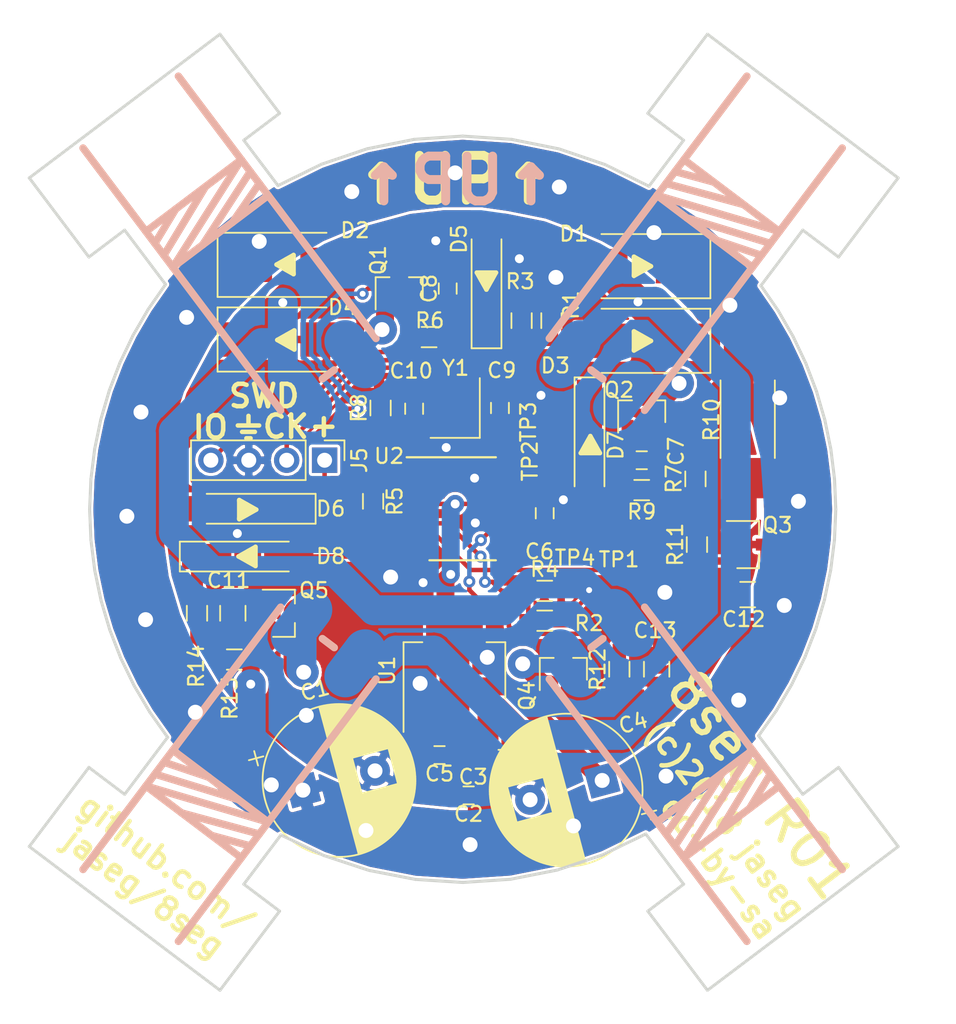
<source format=kicad_pcb>
(kicad_pcb (version 20171130) (host pcbnew "(5.0.1)")
  (layers (0 F.Cu signal) (31 B.Cu signal) (34 B.Paste user hide) (35 F.Paste user hide) (36 B.SilkS user) (37 F.SilkS user) (38 B.Mask user) (39 F.Mask user) (44 Edge.Cuts user))
  (net 0 "")
  (net 1 +12V)
  (net 2 GND)
  (net 3 +3V3)
  (net 4 "Net-(C7-Pad2)")
  (net 5 "Net-(C8-Pad1)")
  (net 6 "Net-(C9-Pad1)")
  (net 7 "Net-(C10-Pad1)")
  (net 8 "Net-(C11-Pad2)")
  (net 9 "Net-(C12-Pad1)")
  (net 10 "Net-(C13-Pad1)")
  (net 11 "Net-(D1-Pad2)")
  (net 12 "Net-(D2-Pad2)")
  (net 13 /Vmeas_A)
  (net 14 /Vmeas_B)
  (net 15 "Net-(D7-Pad1)")
  (net 16 /CH2)
  (net 17 /CH3)
  (net 18 "Net-(D8-Pad1)")
  (net 19 /Q2)
  (net 20 /Q0)
  (net 21 /Q3)
  (net 22 /Q1)
  (net 23 /SWCLK)
  (net 24 /SWDIO)
  (net 25 "Net-(R5-Pad1)")
  (net 26 /CH0)
  (net 27 "Net-(R8-Pad1)")
  (net 28 "Net-(Q3-Pad1)")
  (net 29 /LOAD)
  (net 30 /CH1)
  (net 31 "Net-(TP1-Pad1)")
  (net 32 "Net-(TP2-Pad1)")
  (net 33 "Net-(TP3-Pad1)")
  (net 34 "Net-(TP4-Pad1)")
  (module Capacitors_SMD:C_0603_HandSoldering (layer F.Cu) (at 100.4 119.2 180)
    (fp_text reference C2 (at 0 -1.25 180) (layer F.SilkS))
    (fp_text value 10u)
    (pad 1 smd rect (at -0.95 0 180) (size 1.2 0.75) (layers F.Cu F.Paste F.Mask) (net 1 +12V))
    (pad 2 smd rect (at 0.95 0 180) (size 1.2 0.75) (layers F.Cu F.Paste F.Mask) (net 2 GND))
  )
  (module Capacitors_SMD:C_0603_HandSoldering (layer F.Cu) (at 102.75 116.75)
    (fp_text reference C3 (at -2.04 1.21) (layer F.SilkS))
    (fp_text value 100n)
    (pad 1 smd rect (at -0.95 0) (size 1.2 0.75) (layers F.Cu F.Paste F.Mask) (net 1 +12V))
    (pad 2 smd rect (at 0.95 0) (size 1.2 0.75) (layers F.Cu F.Paste F.Mask) (net 2 GND))
  )
  (module Capacitors_SMD:C_0603_HandSoldering (layer F.Cu) (at 98.45 116.5 180)
    (fp_text reference C5 (at 0 -1.25 180) (layer F.SilkS))
    (fp_text value 10u)
    (pad 2 smd rect (at 0.95 0 180) (size 1.2 0.75) (layers F.Cu F.Paste F.Mask) (net 2 GND))
    (pad 1 smd rect (at -0.95 0 180) (size 1.2 0.75) (layers F.Cu F.Paste F.Mask) (net 3 +3V3))
  )
  (module Capacitors_SMD:C_0603_HandSoldering (layer F.Cu) (at 105.5 100.3 270)
    (fp_text reference C6 (at 2.56 0.35) (layer F.SilkS))
    (fp_text value 100n)
    (pad 2 smd rect (at 0.95 0 270) (size 1.2 0.75) (layers F.Cu F.Paste F.Mask) (net 2 GND))
    (pad 1 smd rect (at -0.95 0 270) (size 1.2 0.75) (layers F.Cu F.Paste F.Mask) (net 3 +3V3))
  )
  (module Capacitors_SMD:C_0603_HandSoldering (layer F.Cu) (at 112 96.75 180)
    (fp_text reference C7 (at -2.3 0.6 270) (layer F.SilkS))
    (fp_text value 0)
    (pad 2 smd rect (at 0.95 0 180) (size 1.2 0.75) (layers F.Cu F.Paste F.Mask) (net 4 "Net-(C7-Pad2)"))
    (pad 1 smd rect (at -0.95 0 180) (size 1.2 0.75) (layers F.Cu F.Paste F.Mask) (net 1 +12V))
  )
  (module Capacitors_SMD:C_0603_HandSoldering (layer F.Cu) (at 99 85.25 90)
    (fp_text reference C8 (at 0 -1.25 90) (layer F.SilkS))
    (fp_text value 0)
    (pad 1 smd rect (at -0.95 0 90) (size 1.2 0.75) (layers F.Cu F.Paste F.Mask) (net 5 "Net-(C8-Pad1)"))
    (pad 2 smd rect (at 0.95 0 90) (size 1.2 0.75) (layers F.Cu F.Paste F.Mask) (net 2 GND))
  )
  (module Capacitors_SMD:C_0603_HandSoldering (layer F.Cu) (at 102.5 93.25 90)
    (fp_text reference C9 (at 2.52 0.12 180) (layer F.SilkS))
    (fp_text value 12p)
    (pad 2 smd rect (at 0.95 0 90) (size 1.2 0.75) (layers F.Cu F.Paste F.Mask) (net 2 GND))
    (pad 1 smd rect (at -0.95 0 90) (size 1.2 0.75) (layers F.Cu F.Paste F.Mask) (net 6 "Net-(C9-Pad1)"))
  )
  (module Capacitors_SMD:C_0603_HandSoldering (layer F.Cu) (at 96.75 93.3 90)
    (fp_text reference C10 (at 2.54 -0.2) (layer F.SilkS))
    (fp_text value 12p)
    (pad 1 smd rect (at -0.95 0 90) (size 1.2 0.75) (layers F.Cu F.Paste F.Mask) (net 7 "Net-(C10-Pad1)"))
    (pad 2 smd rect (at 0.95 0 90) (size 1.2 0.75) (layers F.Cu F.Paste F.Mask) (net 2 GND))
  )
  (module Capacitors_SMD:C_0805 (layer F.Cu) (at 84.6 107 90)
    (fp_text reference C11 (at 2.21 -0.28 180) (layer F.SilkS))
    (fp_text value 0)
    (pad 1 smd rect (at -1 0 90) (size 1 1.25) (layers F.Cu F.Paste F.Mask) (net 1 +12V))
    (pad 2 smd rect (at 1 0 90) (size 1 1.25) (layers F.Cu F.Paste F.Mask) (net 8 "Net-(C11-Pad2)"))
  )
  (module Capacitors_SMD:C_0805 (layer F.Cu) (at 119.1 105.75)
    (fp_text reference C12 (at -0.27 1.65) (layer F.SilkS))
    (fp_text value 0)
    (pad 1 smd rect (at -1 0) (size 1 1.25) (layers F.Cu F.Paste F.Mask) (net 9 "Net-(C12-Pad1)"))
    (pad 2 smd rect (at 1 0) (size 1 1.25) (layers F.Cu F.Paste F.Mask) (net 2 GND))
  )
  (module Capacitors_SMD:C_0805 (layer F.Cu) (at 113 110.75 90)
    (fp_text reference C13 (at 2.6 -0.1 180) (layer F.SilkS))
    (fp_text value 0)
    (pad 2 smd rect (at 1 0 90) (size 1 1.25) (layers F.Cu F.Paste F.Mask) (net 2 GND))
    (pad 1 smd rect (at -1 0 90) (size 1 1.25) (layers F.Cu F.Paste F.Mask) (net 10 "Net-(C13-Pad1)"))
  )
  (module Diodes_SMD:D_SMB_Handsoldering (layer F.Cu) (at 112 83.75 180)
    (fp_text reference D1 (at 4.54 2.17 180) (layer F.SilkS))
    (fp_text value SS510)
    (pad 1 smd rect (at -2.7 0 180) (size 3.5 2.3) (layers F.Cu F.Paste F.Mask) (net 1 +12V))
    (pad 2 smd rect (at 2.7 0 180) (size 3.5 2.3) (layers F.Cu F.Paste F.Mask) (net 11 "Net-(D1-Pad2)"))
  )
  (module Diodes_SMD:D_SMB_Handsoldering (layer F.Cu) (at 88.178544 83.66248)
    (fp_text reference D2 (at 4.611456 -2.31248) (layer F.SilkS))
    (fp_text value SS510)
    (pad 1 smd rect (at -2.7 0) (size 3.5 2.3) (layers F.Cu F.Paste F.Mask) (net 1 +12V))
    (pad 2 smd rect (at 2.7 0) (size 3.5 2.3) (layers F.Cu F.Paste F.Mask) (net 12 "Net-(D2-Pad2)"))
  )
  (module Diodes_SMD:D_SMB_Handsoldering (layer F.Cu) (at 112 88.75 180)
    (fp_text reference D3 (at 5.79 -1.66 180) (layer F.SilkS))
    (fp_text value SS510)
    (pad 2 smd rect (at 2.7 0 180) (size 3.5 2.3) (layers F.Cu F.Paste F.Mask) (net 2 GND))
    (pad 1 smd rect (at -2.7 0 180) (size 3.5 2.3) (layers F.Cu F.Paste F.Mask) (net 11 "Net-(D1-Pad2)"))
  )
  (module Diodes_SMD:D_SMB_Handsoldering (layer F.Cu) (at 88.178544 88.66248)
    (fp_text reference D4 (at 3.771456 -2.16248) (layer F.SilkS))
    (fp_text value SS510)
    (pad 2 smd rect (at 2.7 0) (size 3.5 2.3) (layers F.Cu F.Paste F.Mask) (net 2 GND))
    (pad 1 smd rect (at -2.7 0) (size 3.5 2.3) (layers F.Cu F.Paste F.Mask) (net 12 "Net-(D2-Pad2)"))
  )
  (module footprints:led_tape_3528_2835 (layer B.Cu) (at 109 91 323)
    (fp_text reference J1 hide)
    (fp_text value "top left" hide)
    (pad 2 smd oval (at 2.25 0 323) (size 2.8 5) (layers B.Cu B.Paste B.Mask) (net 19 /Q2))
    (pad 1 smd oval (at -2.25 0 323) (size 2.8 5) (layers B.Cu B.Paste B.Mask) (net 11 "Net-(D1-Pad2)"))
  )
  (module footprints:led_tape_3528_2835 (layer B.Cu) (at 91 91 37)
    (fp_text reference J2 hide)
    (fp_text value "top right" hide)
    (pad 1 smd oval (at -2.25 0 37) (size 2.8 5) (layers B.Cu B.Paste B.Mask) (net 12 "Net-(D2-Pad2)"))
    (pad 2 smd oval (at 2.25 0 37) (size 2.8 5) (layers B.Cu B.Paste B.Mask) (net 20 /Q0))
  )
  (module footprints:led_tape_3528_2835 (layer B.Cu) (at 91 109 143)
    (fp_text reference J3 hide)
    (fp_text value "bottom right" hide)
    (pad 2 smd oval (at 2.25 0 143) (size 2.8 5) (layers B.Cu B.Paste B.Mask) (net 21 /Q3))
    (pad 1 smd oval (at -2.25 0 143) (size 2.8 5) (layers B.Cu B.Paste B.Mask) (net 11 "Net-(D1-Pad2)"))
  )
  (module footprints:led_tape_3528_2835 (layer B.Cu) (at 109 109 217)
    (fp_text reference J4 hide)
    (fp_text value "bottom left" hide)
    (pad 2 smd oval (at 2.25 0 217) (size 2.8 5) (layers B.Cu B.Paste B.Mask) (net 22 /Q1))
    (pad 1 smd oval (at -2.25 0 217) (size 2.8 5) (layers B.Cu B.Paste B.Mask) (net 12 "Net-(D2-Pad2)"))
  )
  (module Pin_Headers:Pin_Header_Straight_1x04_Pitch2.54mm (layer F.Cu) (at 90.75 96.75 270)
    (fp_text reference J5 (at 0 -2.33 270) (layer F.SilkS))
    (fp_text value SWD)
    (pad 1 thru_hole rect (at 0 0 270) (size 1.7 1.7) (drill 1) (layers *.Cu *.Mask) (net 3 +3V3))
    (pad 2 thru_hole oval (at 0 2.54 270) (size 1.7 1.7) (drill 1) (layers *.Cu *.Mask) (net 23 /SWCLK))
    (pad 3 thru_hole oval (at 0 5.079999 270) (size 1.7 1.7) (drill 1) (layers *.Cu *.Mask) (net 2 GND))
    (pad 4 thru_hole oval (at 0 7.62 270) (size 1.7 1.7) (drill 1) (layers *.Cu *.Mask) (net 24 /SWDIO))
  )
  (module Resistors_SMD:R_0603_HandSoldering (layer F.Cu) (at 105.95 87.4 270)
    (fp_text reference R1 (at -1.04 -1.32 270) (layer F.SilkS))
    (fp_text value 10k)
    (pad 2 smd rect (at 1.1 0 270) (size 1.2 0.9) (layers F.Cu F.Paste F.Mask) (net 13 /Vmeas_A))
    (pad 1 smd rect (at -1.1 0 270) (size 1.2 0.9) (layers F.Cu F.Paste F.Mask) (net 11 "Net-(D1-Pad2)"))
  )
  (module Resistors_SMD:R_0603_HandSoldering (layer F.Cu) (at 105.5 107.5 180)
    (fp_text reference R2 (at -2.97 -0.17 180) (layer F.SilkS))
    (fp_text value 10k)
    (pad 1 smd rect (at -1.1 0 180) (size 1.2 0.9) (layers F.Cu F.Paste F.Mask) (net 12 "Net-(D2-Pad2)"))
    (pad 2 smd rect (at 1.1 0 180) (size 1.2 0.9) (layers F.Cu F.Paste F.Mask) (net 14 /Vmeas_B))
  )
  (module Resistors_SMD:R_0603_HandSoldering (layer F.Cu) (at 103.95 87.4 90)
    (fp_text reference R3 (at 2.63 -0.1 180) (layer F.SilkS))
    (fp_text value 3k3)
    (pad 1 smd rect (at -1.1 0 90) (size 1.2 0.9) (layers F.Cu F.Paste F.Mask) (net 13 /Vmeas_A))
    (pad 2 smd rect (at 1.1 0 90) (size 1.2 0.9) (layers F.Cu F.Paste F.Mask) (net 2 GND))
  )
  (module Resistors_SMD:R_0603_HandSoldering (layer F.Cu) (at 105.5 105.5)
    (fp_text reference R4 (at 0 -1.45) (layer F.SilkS))
    (fp_text value 3k3)
    (pad 2 smd rect (at 1.1 0) (size 1.2 0.9) (layers F.Cu F.Paste F.Mask) (net 2 GND))
    (pad 1 smd rect (at -1.1 0) (size 1.2 0.9) (layers F.Cu F.Paste F.Mask) (net 14 /Vmeas_B))
  )
  (module Resistors_SMD:R_0603_HandSoldering (layer F.Cu) (at 94 99.5 270)
    (fp_text reference R5 (at 0 -1.45 270) (layer F.SilkS))
    (fp_text value 0)
    (pad 1 smd rect (at -1.1 0 270) (size 1.2 0.9) (layers F.Cu F.Paste F.Mask) (net 25 "Net-(R5-Pad1)"))
    (pad 2 smd rect (at 1.1 0 270) (size 1.2 0.9) (layers F.Cu F.Paste F.Mask) (net 3 +3V3))
  )
  (module Resistors_SMD:R_0603_HandSoldering (layer F.Cu) (at 97.75 88.5)
    (fp_text reference R6 (at 0.05 -1.11) (layer F.SilkS))
    (fp_text value 0)
    (pad 1 smd rect (at -1.1 0) (size 1.2 0.9) (layers F.Cu F.Paste F.Mask) (net 5 "Net-(C8-Pad1)"))
    (pad 2 smd rect (at 1.1 0) (size 1.2 0.9) (layers F.Cu F.Paste F.Mask) (net 26 /CH0))
  )
  (module Resistors_SMD:R_0603_HandSoldering (layer F.Cu) (at 115.6 98 90)
    (fp_text reference R7 (at 0 -1.45 90) (layer F.SilkS))
    (fp_text value 10k)
    (pad 2 smd rect (at 1.1 0 90) (size 1.2 0.9) (layers F.Cu F.Paste F.Mask) (net 1 +12V))
    (pad 1 smd rect (at -1.1 0 90) (size 1.2 0.9) (layers F.Cu F.Paste F.Mask) (net 4 "Net-(C7-Pad2)"))
  )
  (module Resistors_SMD:R_0603_HandSoldering (layer F.Cu) (at 94.5 93.25 90)
    (fp_text reference R8 (at 0 -1.45 90) (layer F.SilkS))
    (fp_text value 0)
    (pad 2 smd rect (at 1.1 0 90) (size 1.2 0.9) (layers F.Cu F.Paste F.Mask) (net 2 GND))
    (pad 1 smd rect (at -1.1 0 90) (size 1.2 0.9) (layers F.Cu F.Paste F.Mask) (net 27 "Net-(R8-Pad1)"))
  )
  (module Resistors_SMD:R_0603_HandSoldering (layer F.Cu) (at 112 98.75 180)
    (fp_text reference R9 (at 0 -1.45 180) (layer F.SilkS))
    (fp_text value 0)
    (pad 1 smd rect (at -1.1 0 180) (size 1.2 0.9) (layers F.Cu F.Paste F.Mask) (net 4 "Net-(C7-Pad2)"))
    (pad 2 smd rect (at 1.1 0 180) (size 1.2 0.9) (layers F.Cu F.Paste F.Mask) (net 15 "Net-(D7-Pad1)"))
  )
  (module Resistors_SMD:R_0603_HandSoldering (layer F.Cu) (at 115.7 102.4 90)
    (fp_text reference R11 (at 0 -1.45 90) (layer F.SilkS))
    (fp_text value 0)
    (pad 2 smd rect (at 1.1 0 90) (size 1.2 0.9) (layers F.Cu F.Paste F.Mask) (net 29 /LOAD))
    (pad 1 smd rect (at -1.1 0 90) (size 1.2 0.9) (layers F.Cu F.Paste F.Mask) (net 9 "Net-(C12-Pad1)"))
  )
  (module Resistors_SMD:R_0603_HandSoldering (layer F.Cu) (at 110.5 110.75 90)
    (fp_text reference R12 (at 0 -1.45 90) (layer F.SilkS))
    (fp_text value 0)
    (pad 2 smd rect (at 1.1 0 90) (size 1.2 0.9) (layers F.Cu F.Paste F.Mask) (net 30 /CH1))
    (pad 1 smd rect (at -1.1 0 90) (size 1.2 0.9) (layers F.Cu F.Paste F.Mask) (net 10 "Net-(C13-Pad1)"))
  )
  (module Resistors_SMD:R_0603_HandSoldering (layer F.Cu) (at 84.7 110.1)
    (fp_text reference R13 (at -0.3 2.6 90) (layer F.SilkS))
    (fp_text value 10k)
    (pad 1 smd rect (at -1.1 0) (size 1.2 0.9) (layers F.Cu F.Paste F.Mask) (net 8 "Net-(C11-Pad2)"))
    (pad 2 smd rect (at 1.1 0) (size 1.2 0.9) (layers F.Cu F.Paste F.Mask) (net 1 +12V))
  )
  (module Resistors_SMD:R_0603_HandSoldering (layer F.Cu) (at 82.2 107 90)
    (fp_text reference R14 (at -3.55 -0.05 270) (layer F.SilkS))
    (fp_text value 0)
    (pad 2 smd rect (at 1.1 0 90) (size 1.2 0.9) (layers F.Cu F.Paste F.Mask) (net 18 "Net-(D8-Pad1)"))
    (pad 1 smd rect (at -1.1 0 90) (size 1.2 0.9) (layers F.Cu F.Paste F.Mask) (net 8 "Net-(C11-Pad2)"))
  )
  (module Measurement_Points:Measurement_Point_Square-SMD-Pad_Small (layer F.Cu) (at 110.1 101.6)
    (fp_text reference TP1 (at 0.38 1.8) (layer F.SilkS))
    (fp_text value TestPoint)
    (pad 1 smd rect (at 0 0) (size 1.5 1.5) (layers F.Cu F.Mask) (net 31 "Net-(TP1-Pad1)"))
  )
  (module Measurement_Points:Measurement_Point_Square-SMD-Pad_Small (layer F.Cu) (at 105.9 96.7)
    (fp_text reference TP2 (at -1.39 0.1 90) (layer F.SilkS))
    (fp_text value TestPoint)
    (pad 1 smd rect (at 0 0) (size 1.5 1.5) (layers F.Cu F.Mask) (net 32 "Net-(TP2-Pad1)"))
  )
  (module Measurement_Points:Measurement_Point_Square-SMD-Pad_Small (layer F.Cu) (at 105.9 94.2)
    (fp_text reference TP3 (at -1.5 -0.02 90) (layer F.SilkS))
    (fp_text value TestPoint)
    (pad 1 smd rect (at 0 0) (size 1.5 1.5) (layers F.Cu F.Mask) (net 33 "Net-(TP3-Pad1)"))
  )
  (module Measurement_Points:Measurement_Point_Square-SMD-Pad_Small (layer F.Cu) (at 107.4 101.6)
    (fp_text reference TP4 (at 0.13 1.68) (layer F.SilkS))
    (fp_text value TestPoint)
    (pad 1 smd rect (at 0 0) (size 1.5 1.5) (layers F.Cu F.Mask) (net 34 "Net-(TP4-Pad1)"))
  )
  (module Crystals:Crystal_SMD_3225-4pin_3.2x2.5mm (layer F.Cu) (at 99.5 93.25 90)
    (fp_text reference Y1 (at 2.68 0.03 180) (layer F.SilkS))
    (fp_text value 8MHz)
    (pad 1 smd rect (at -1.1 0.85 90) (size 1.4 1.2) (layers F.Cu F.Paste F.Mask) (net 6 "Net-(C9-Pad1)"))
    (pad 2 smd rect (at 1.1 0.85 90) (size 1.4 1.2) (layers F.Cu F.Paste F.Mask) (net 2 GND))
    (pad 3 smd rect (at 1.1 -0.85 90) (size 1.4 1.2) (layers F.Cu F.Paste F.Mask) (net 7 "Net-(C10-Pad1)"))
    (pad 4 smd rect (at -1.1 -0.85 90) (size 1.4 1.2) (layers F.Cu F.Paste F.Mask) (net 2 GND))
  )
  (module TO_SOT_Packages_SMD:SOT-23 (layer F.Cu) (at 95.75 85.25 90)
    (fp_text reference Q1 (at 1.9 -1.41 90) (layer F.SilkS))
    (fp_text value AO3400)
    (pad 1 smd rect (at -1 -0.95 90) (size 0.9 0.8) (layers F.Cu F.Paste F.Mask) (net 20 /Q0))
    (pad 2 smd rect (at -1 0.95 90) (size 0.9 0.8) (layers F.Cu F.Paste F.Mask) (net 5 "Net-(C8-Pad1)"))
    (pad 3 smd rect (at 1 0 90) (size 0.9 0.8) (layers F.Cu F.Paste F.Mask) (net 2 GND))
  )
  (module TO_SOT_Packages_SMD:SOT-23 (layer F.Cu) (at 112 93.5 90)
    (fp_text reference Q2 (at 1.46 -1.52 180) (layer F.SilkS))
    (fp_text value IRLML6402)
    (pad 3 smd rect (at 1 0 90) (size 0.9 0.8) (layers F.Cu F.Paste F.Mask) (net 19 /Q2))
    (pad 2 smd rect (at -1 0.95 90) (size 0.9 0.8) (layers F.Cu F.Paste F.Mask) (net 1 +12V))
    (pad 1 smd rect (at -1 -0.95 90) (size 0.9 0.8) (layers F.Cu F.Paste F.Mask) (net 4 "Net-(C7-Pad2)"))
  )
  (module TO_SOT_Packages_SMD:SOT-23 (layer F.Cu) (at 119.1 102.4)
    (fp_text reference Q3 (at 2 -1.31) (layer F.SilkS))
    (fp_text value AO3400)
    (pad 1 smd rect (at -1 -0.95) (size 0.9 0.8) (layers F.Cu F.Paste F.Mask) (net 28 "Net-(Q3-Pad1)"))
    (pad 2 smd rect (at -1 0.95) (size 0.9 0.8) (layers F.Cu F.Paste F.Mask) (net 9 "Net-(C12-Pad1)"))
    (pad 3 smd rect (at 1 0) (size 0.9 0.8) (layers F.Cu F.Paste F.Mask) (net 2 GND))
  )
  (module TO_SOT_Packages_SMD:SOT-23 (layer F.Cu) (at 106.75 110.75 90)
    (fp_text reference Q4 (at -1.78 -2.44 90) (layer F.SilkS))
    (fp_text value AO3400)
    (pad 3 smd rect (at 1 0 90) (size 0.9 0.8) (layers F.Cu F.Paste F.Mask) (net 2 GND))
    (pad 2 smd rect (at -1 0.95 90) (size 0.9 0.8) (layers F.Cu F.Paste F.Mask) (net 10 "Net-(C13-Pad1)"))
    (pad 1 smd rect (at -1 -0.95 90) (size 0.9 0.8) (layers F.Cu F.Paste F.Mask) (net 22 /Q1))
  )
  (module TO_SOT_Packages_SMD:SOT-23 (layer F.Cu) (at 88 107)
    (fp_text reference Q5 (at 2.04 -1.54) (layer F.SilkS))
    (fp_text value IRLML6402)
    (pad 1 smd rect (at -1 -0.95) (size 0.9 0.8) (layers F.Cu F.Paste F.Mask) (net 8 "Net-(C11-Pad2)"))
    (pad 2 smd rect (at -1 0.95) (size 0.9 0.8) (layers F.Cu F.Paste F.Mask) (net 1 +12V))
    (pad 3 smd rect (at 1 0) (size 0.9 0.8) (layers F.Cu F.Paste F.Mask) (net 21 /Q3))
  )
  (module TO_SOT_Packages_SMD:SOT-223-3Lead_TabPin2 (layer F.Cu) (at 99.45 110.85 90)
    (fp_text reference U1 (at 0 -4.5 90) (layer F.SilkS))
    (fp_text value AP1117-33)
    (pad 2 smd rect (at 3.15 0 90) (size 2 3.8) (layers F.Cu F.Paste F.Mask) (net 3 +3V3))
    (pad 2 smd rect (at -3.15 0 90) (size 2 1.5) (layers F.Cu F.Paste F.Mask) (net 3 +3V3))
    (pad 3 smd rect (at -3.15 2.3 90) (size 2 1.5) (layers F.Cu F.Paste F.Mask) (net 1 +12V))
    (pad 1 smd rect (at -3.15 -2.3 90) (size 2 1.5) (layers F.Cu F.Paste F.Mask) (net 2 GND))
  )
  (module Housings_SSOP:TSSOP-20_4.4x6.5mm_Pitch0.65mm (layer F.Cu) (at 100 100)
    (fp_text reference U2 (at -4.93 -3.53 180) (layer F.SilkS))
    (fp_text value STM32F030F4P6)
    (pad 1 smd rect (at -2.95 -2.925) (size 1.45 0.45) (layers F.Cu F.Paste F.Mask) (net 27 "Net-(R8-Pad1)"))
    (pad 2 smd rect (at -2.95 -2.275) (size 1.45 0.45) (layers F.Cu F.Paste F.Mask) (net 7 "Net-(C10-Pad1)"))
    (pad 3 smd rect (at -2.95 -1.625) (size 1.45 0.45) (layers F.Cu F.Paste F.Mask) (net 6 "Net-(C9-Pad1)"))
    (pad 4 smd rect (at -2.95 -0.975) (size 1.45 0.45) (layers F.Cu F.Paste F.Mask) (net 25 "Net-(R5-Pad1)"))
    (pad 5 smd rect (at -2.95 -0.325) (size 1.45 0.45) (layers F.Cu F.Paste F.Mask) (net 3 +3V3))
    (pad 6 smd rect (at -2.95 0.325) (size 1.45 0.45) (layers F.Cu F.Paste F.Mask) (net 13 /Vmeas_A))
    (pad 7 smd rect (at -2.95 0.975) (size 1.45 0.45) (layers F.Cu F.Paste F.Mask) (net 14 /Vmeas_B))
    (pad 8 smd rect (at -2.95 1.625) (size 1.45 0.45) (layers F.Cu F.Paste F.Mask) (net 29 /LOAD))
    (pad 9 smd rect (at -2.95 2.275) (size 1.45 0.45) (layers F.Cu F.Paste F.Mask) (net 26 /CH0))
    (pad 10 smd rect (at -2.95 2.925) (size 1.45 0.45) (layers F.Cu F.Paste F.Mask) (net 17 /CH3))
    (pad 11 smd rect (at 2.95 2.925) (size 1.45 0.45) (layers F.Cu F.Paste F.Mask) (net 31 "Net-(TP1-Pad1)"))
    (pad 12 smd rect (at 2.95 2.275) (size 1.45 0.45) (layers F.Cu F.Paste F.Mask) (net 16 /CH2))
    (pad 13 smd rect (at 2.95 1.625) (size 1.45 0.45) (layers F.Cu F.Paste F.Mask) (net 30 /CH1))
    (pad 14 smd rect (at 2.95 0.975) (size 1.45 0.45) (layers F.Cu F.Paste F.Mask) (net 34 "Net-(TP4-Pad1)"))
    (pad 15 smd rect (at 2.95 0.325) (size 1.45 0.45) (layers F.Cu F.Paste F.Mask) (net 2 GND))
    (pad 16 smd rect (at 2.95 -0.325) (size 1.45 0.45) (layers F.Cu F.Paste F.Mask) (net 3 +3V3))
    (pad 17 smd rect (at 2.95 -0.975) (size 1.45 0.45) (layers F.Cu F.Paste F.Mask) (net 32 "Net-(TP2-Pad1)"))
    (pad 18 smd rect (at 2.95 -1.625) (size 1.45 0.45) (layers F.Cu F.Paste F.Mask) (net 33 "Net-(TP3-Pad1)"))
    (pad 19 smd rect (at 2.95 -2.275) (size 1.45 0.45) (layers F.Cu F.Paste F.Mask) (net 24 /SWDIO))
    (pad 20 smd rect (at 2.95 -2.925) (size 1.45 0.45) (layers F.Cu F.Paste F.Mask) (net 23 /SWCLK))
  )
  (module Diodes_SMD:D_MiniMELF_Handsoldering (layer F.Cu) (at 101.6 84.7 90)
    (fp_text reference D5 (at 2.77 -1.84 90) (layer F.SilkS))
    (fp_text value D_Schottky)
    (pad 1 smd rect (at -2.75 0 90) (size 3.3 1.7) (layers F.Cu F.Paste F.Mask) (net 13 /Vmeas_A))
    (pad 2 smd rect (at 2.75 0 90) (size 3.3 1.7) (layers F.Cu F.Paste F.Mask) (net 2 GND))
  )
  (module Diodes_SMD:D_MiniMELF_Handsoldering (layer F.Cu) (at 85.6 100 180)
    (fp_text reference D6 (at -5.56 0 180) (layer F.SilkS))
    (fp_text value D_Schottky)
    (pad 2 smd rect (at 2.75 0 180) (size 3.3 1.7) (layers F.Cu F.Paste F.Mask) (net 2 GND))
    (pad 1 smd rect (at -2.75 0 180) (size 3.3 1.7) (layers F.Cu F.Paste F.Mask) (net 14 /Vmeas_B))
  )
  (module Diodes_SMD:D_MiniMELF_Handsoldering (layer F.Cu) (at 108.5 95.75 270)
    (fp_text reference D7 (at 0 -1.75 270) (layer F.SilkS))
    (fp_text value 8V2)
    (pad 1 smd rect (at -2.75 0 270) (size 3.3 1.7) (layers F.Cu F.Paste F.Mask) (net 15 "Net-(D7-Pad1)"))
    (pad 2 smd rect (at 2.75 0 270) (size 3.3 1.7) (layers F.Cu F.Paste F.Mask) (net 16 /CH2))
  )
  (module Diodes_SMD:D_MiniMELF_Handsoldering (layer F.Cu) (at 85.6 103.2)
    (fp_text reference D8 (at 5.56 -0.02) (layer F.SilkS))
    (fp_text value 8V2)
    (pad 2 smd rect (at 2.75 0) (size 3.3 1.7) (layers F.Cu F.Paste F.Mask) (net 17 /CH3))
    (pad 1 smd rect (at -2.75 0) (size 3.3 1.7) (layers F.Cu F.Paste F.Mask) (net 18 "Net-(D8-Pad1)"))
  )
  (module Resistors_SMD:R_2512_HandSoldering (layer F.Cu) (at 119.1 94 270)
    (fp_text reference R10 (at 0.04 2.43 270) (layer F.SilkS))
    (fp_text value 620)
    (pad 1 smd rect (at -3.95 0 270) (size 2.7 3.2) (layers F.Cu F.Paste F.Mask) (net 1 +12V))
    (pad 2 smd rect (at 3.95 0 270) (size 2.7 3.2) (layers F.Cu F.Paste F.Mask) (net 28 "Net-(Q3-Pad1)"))
  )
  (module Capacitor_THT:CP_Radial_D10.0mm_P5.00mm (layer F.Cu) (at 89.3 118.85 15)
    (fp_text reference C1 (at 2.5 -6.25 15) (layer F.SilkS))
    (fp_text value 1000uF)
    (pad 1 thru_hole rect (at 0 0 15) (size 2 2) (drill 1) (layers *.Cu *.Mask) (net 1 +12V))
    (pad 2 thru_hole circle (at 5 0 15) (size 2 2) (drill 1) (layers *.Cu *.Mask) (net 2 GND))
  )
  (module Capacitor_THT:CP_Radial_D10.0mm_P5.00mm (layer F.Cu) (at 109.35 118.2 195)
    (fp_text reference C4 (at -3.002991 3.170812 195) (layer F.SilkS))
    (fp_text value 470uF)
    (pad 2 thru_hole circle (at 5 0 195) (size 2 2) (drill 1) (layers *.Cu *.Mask) (net 2 GND))
    (pad 1 thru_hole rect (at 0 0 195) (size 2 2) (drill 1) (layers *.Cu *.Mask) (net 3 +3V3))
  )
  (gr_text ▶ (at 101.7 84.75 270) (layer F.SilkS) (effects (font (size 1.5 1.5) (thickness 0.3))))
  (gr_text ▶ (at 85.55 103.3 180) (layer F.SilkS) (effects (font (size 1.5 1.5) (thickness 0.3))))
  (gr_text ▶ (at 85.6 99.95) (layer F.SilkS) (effects (font (size 1.5 1.5) (thickness 0.3))))
  (gr_text ▶ (at 108.45 95.7 90) (layer F.SilkS) (effects (font (size 1.5 1.5) (thickness 0.3))))
  (gr_text ▶ (at 112.05 88.65) (layer F.SilkS) (effects (font (size 1.5 1.5) (thickness 0.3))))
  (gr_text ▶ (at 112.05 83.65) (layer F.SilkS) (effects (font (size 1.5 1.5) (thickness 0.3))))
  (gr_text ▶ (at 88.15 88.8 180) (layer F.SilkS) (effects (font (size 1.5 1.5) (thickness 0.3))))
  (gr_text ▶ (at 88.1 83.75 180) (layer F.SilkS) (effects (font (size 1.5 1.5) (thickness 0.3))))
  (gr_text SWD (at 86.7 92.45) (layer F.SilkS) (effects (font (size 1.5 1.5) (thickness 0.3))))
  (gr_text ⏚ (at 85.65 94.6) (layer F.SilkS) (effects (font (size 1.5 1.5) (thickness 0.3))))
  (gr_text + (at 90.7 94.4) (layer F.SilkS) (effects (font (size 1.5 1.5) (thickness 0.3))))
  (gr_text CK (at 88.15 94.5) (layer F.SilkS) (effects (font (size 1.5 1.5) (thickness 0.3))))
  (gr_text IO (at 83.1 94.55) (layer F.SilkS) (effects (font (size 1.5 1.5) (thickness 0.3))))
  (gr_text "github.com/\njaseg/8seg" (at 79.4 124.75 323) (layer F.SilkS) (effects (font (size 1.5 1.5) (thickness 0.3))))
  (gr_text cc-by-sa (at 117.2 124.05 307) (layer F.SilkS) (effects (font (size 1.5 1.5) (thickness 0.3))))
  (gr_text "(c)2018 jaseg" (at 117.65 120.85 307) (layer F.SilkS) (effects (font (size 1.5 1.5) (thickness 0.3))))
  (gr_text "8seg R01" (at 119.95 118.5 307) (layer F.SilkS) (effects (font (size 2.5 2.5) (thickness 0.4))))
  (gr_text ↑UP↑ (at 99.65 78.02) (layer B.SilkS) (effects (font (size 3 3) (thickness 0.6)) (justify mirror)))
  (gr_text ↑UP↑ (at 99.47 77.97) (layer F.SilkS) (effects (font (size 3 3) (thickness 0.6))))
  (gr_line (start 87.734397 126.954928) (end 85.338677 125.149868) (layer Edge.Cuts) (width 0.2))
  (gr_line (start 106.465884 75.89492) (end 103.270972 75.254001) (layer Edge.Cuts) (width 0.2))
  (gr_line (start 76.352368 108.104843) (end 77.093294 110.011692) (layer Edge.Cuts) (width 0.2))
  (gr_line (start 79.036744 113.623425) (end 80.232527 115.308608) (layer Edge.Cuts) (width 0.2))
  (gr_line (start 87.822757 121.852908) (end 90.697186 123.228025) (layer Edge.Cuts) (width 0.2))
  (gr_line (start 93.710813 124.223111) (end 96.826221 124.828395) (layer Edge.Cuts) (width 0.2))
  (gr_line (start 78.929922 86.638822) (end 77.911504 88.38735) (layer Edge.Cuts) (width 0.2))
  (gr_line (start 77.04041 90.206583) (end 76.319817 92.087114) (layer Edge.Cuts) (width 0.2))
  (gr_line (start 122.141986 88.456383) (end 121.136903 86.715469) (layer Edge.Cuts) (width 0.2))
  (gr_line (start 122.79221 119.131118) (end 119.83528 115.207318) (layer Edge.Cuts) (width 0.2))
  (gr_line (start 119.83528 115.207318) (end 121.01661 113.530637) (layer Edge.Cuts) (width 0.2))
  (gr_line (start 75.092805 98.002431) (end 75.005977 100.034088) (layer Edge.Cuts) (width 0.2))
  (gr_line (start 100.005997 75.034062) (end 96.768574 75.252799) (layer Edge.Cuts) (width 0.2))
  (gr_line (start 116.40448 68.209156) (end 112.4099 73.510124) (layer Edge.Cuts) (width 0.2))
  (gr_line (start 125.18793 117.326058) (end 122.79221 119.131118) (layer Edge.Cuts) (width 0.2))
  (gr_line (start 76.319817 92.087114) (end 75.752901 94.019537) (layer Edge.Cuts) (width 0.2))
  (gr_line (start 123.669763 108.046376) (end 124.246251 106.099016) (layer Edge.Cuts) (width 0.2))
  (gr_line (start 77.352087 119.131118) (end 74.956367 117.326058) (layer Edge.Cuts) (width 0.2))
  (gr_line (start 77.911504 88.38735) (end 77.04041 90.206583) (layer Edge.Cuts) (width 0.2))
  (gr_line (start 122.937137 109.940526) (end 123.669763 108.046376) (layer Edge.Cuts) (width 0.2))
  (gr_line (start 116.40448 132.255888) (end 129.18252 122.626508) (layer Edge.Cuts) (width 0.2))
  (gr_line (start 112.4099 73.510124) (end 114.80562 75.315182) (layer Edge.Cuts) (width 0.2))
  (gr_line (start 74.956367 83.138996) (end 77.352087 81.333936) (layer Edge.Cuts) (width 0.2))
  (gr_line (start 93.599788 75.88552) (end 90.539076 76.921661) (layer Edge.Cuts) (width 0.2))
  (gr_line (start 121.01661 113.530637) (end 122.051658 111.771826) (layer Edge.Cuts) (width 0.2))
  (gr_line (start 125.00603 100.034088) (end 124.921104 98.015835) (layer Edge.Cuts) (width 0.2))
  (gr_line (start 129.18252 122.626508) (end 125.18793 117.326058) (layer Edge.Cuts) (width 0.2))
  (gr_line (start 100.005997 125.034108) (end 103.21 124.82) (layer Edge.Cuts) (width 0.2))
  (gr_line (start 75.752901 94.019537) (end 75.342838 95.994445) (layer Edge.Cuts) (width 0.2))
  (gr_line (start 80.092487 84.970406) (end 78.929922 86.638822) (layer Edge.Cuts) (width 0.2))
  (gr_line (start 122.79221 81.333936) (end 125.18793 83.138996) (layer Edge.Cuts) (width 0.2))
  (gr_line (start 124.246251 106.099016) (end 124.663315 104.108088) (layer Edge.Cuts) (width 0.2))
  (gr_line (start 125.18793 83.138996) (end 129.18252 77.838546) (layer Edge.Cuts) (width 0.2))
  (gr_line (start 114.80562 75.315182) (end 112.48379 78.396126) (layer Edge.Cuts) (width 0.2))
  (gr_line (start 112.4099 126.954928) (end 116.40448 132.255888) (layer Edge.Cuts) (width 0.2))
  (gr_line (start 123.712166 92.136879) (end 123.001438 90.266596) (layer Edge.Cuts) (width 0.2))
  (gr_line (start 77.989209 111.854503) (end 79.036744 113.623425) (layer Edge.Cuts) (width 0.2))
  (gr_line (start 124.663315 104.108088) (end 124.91767 102.083232) (layer Edge.Cuts) (width 0.2))
  (gr_line (start 106.347479 124.200305) (end 109.380181 123.185159) (layer Edge.Cuts) (width 0.2))
  (gr_line (start 122.051658 111.771826) (end 122.937137 109.940526) (layer Edge.Cuts) (width 0.2))
  (gr_line (start 103.270972 75.254001) (end 100.005997 75.034062) (layer Edge.Cuts) (width 0.2))
  (gr_line (start 121.136903 86.715469) (end 119.98928 85.053086) (layer Edge.Cuts) (width 0.2))
  (gr_line (start 90.539076 76.921661) (end 87.625877 78.350656) (layer Edge.Cuts) (width 0.2))
  (gr_line (start 75.342838 95.994445) (end 75.092805 98.002431) (layer Edge.Cuts) (width 0.2))
  (gr_line (start 109.550301 76.945927) (end 106.465884 75.89492) (layer Edge.Cuts) (width 0.2))
  (gr_line (start 124.91767 102.083232) (end 125.00603 100.034088) (layer Edge.Cuts) (width 0.2))
  (gr_line (start 129.18252 77.838546) (end 116.40448 68.209156) (layer Edge.Cuts) (width 0.2))
  (gr_line (start 96.826221 124.828395) (end 100.005997 125.034108) (layer Edge.Cuts) (width 0.2))
  (gr_line (start 75.005977 100.034088) (end 75.093236 102.098579) (layer Edge.Cuts) (width 0.2))
  (gr_line (start 80.232527 115.308608) (end 77.352087 119.131118) (layer Edge.Cuts) (width 0.2))
  (gr_line (start 109.380181 123.185159) (end 112.26985 121.784698) (layer Edge.Cuts) (width 0.2))
  (gr_line (start 124.921104 98.015835) (end 124.67509 96.020729) (layer Edge.Cuts) (width 0.2))
  (gr_line (start 70.961777 122.626508) (end 83.739807 132.255888) (layer Edge.Cuts) (width 0.2))
  (gr_line (start 70.961777 77.838546) (end 74.956367 83.138996) (layer Edge.Cuts) (width 0.2))
  (gr_line (start 124.271081 94.058) (end 123.712166 92.136879) (layer Edge.Cuts) (width 0.2))
  (gr_line (start 96.768574 75.252799) (end 93.599788 75.88552) (layer Edge.Cuts) (width 0.2))
  (gr_line (start 77.352087 81.333936) (end 80.092487 84.970406) (layer Edge.Cuts) (width 0.2))
  (gr_line (start 124.67509 96.020729) (end 124.271081 94.058) (layer Edge.Cuts) (width 0.2))
  (gr_line (start 75.769803 106.143808) (end 76.352368 108.104843) (layer Edge.Cuts) (width 0.2))
  (gr_line (start 112.48379 78.396126) (end 109.550301 76.945927) (layer Edge.Cuts) (width 0.2))
  (gr_line (start 74.956367 117.326058) (end 70.961777 122.626508) (layer Edge.Cuts) (width 0.2))
  (gr_line (start 87.625877 78.350656) (end 85.338677 75.315182) (layer Edge.Cuts) (width 0.2))
  (gr_line (start 83.739807 132.255888) (end 87.734397 126.954928) (layer Edge.Cuts) (width 0.2))
  (gr_line (start 112.26985 121.784698) (end 114.80562 125.149868) (layer Edge.Cuts) (width 0.2))
  (gr_line (start 75.348968 104.138436) (end 75.769803 106.143808) (layer Edge.Cuts) (width 0.2))
  (gr_line (start 85.338677 125.149868) (end 87.822757 121.852908) (layer Edge.Cuts) (width 0.2))
  (gr_line (start 90.697186 123.228025) (end 93.710813 124.223111) (layer Edge.Cuts) (width 0.2))
  (gr_line (start 119.98928 85.053086) (end 122.79221 81.333936) (layer Edge.Cuts) (width 0.2))
  (gr_line (start 77.093294 110.011692) (end 77.989209 111.854503) (layer Edge.Cuts) (width 0.2))
  (gr_line (start 83.739807 68.209156) (end 70.961777 77.838546) (layer Edge.Cuts) (width 0.2))
  (gr_line (start 75.093236 102.098579) (end 75.348968 104.138436) (layer Edge.Cuts) (width 0.2))
  (gr_line (start 123.001438 90.266596) (end 122.141986 88.456383) (layer Edge.Cuts) (width 0.2))
  (gr_line (start 85.338677 75.315182) (end 87.734397 73.510124) (layer Edge.Cuts) (width 0.2))
  (gr_line (start 87.734397 73.510124) (end 83.739807 68.209156) (layer Edge.Cuts) (width 0.2))
  (gr_line (start 114.80562 125.149868) (end 112.4099 126.954928) (layer Edge.Cuts) (width 0.2))
  (gr_line (start 103.21 124.82) (end 106.347479 124.200305) (layer Edge.Cuts) (width 0.2))
  (segment (start 87 108.9) (end 85.8 110.1) (width 1.2) (layer F.Cu) (net 1))
  (segment (start 87 107.95) (end 87 108.9) (width 1.2) (layer F.Cu) (net 1))
  (segment (start 84.6 108.9) (end 85.8 110.1) (width 1.2) (layer F.Cu) (net 1))
  (segment (start 84.6 108) (end 84.6 108.9) (width 1.2) (layer F.Cu) (net 1))
  (segment (start 85.8 110.1) (end 85.8 111.75) (width 1.2) (layer F.Cu) (net 1))
  (segment (start 113.1 96.9) (end 112.95 96.75) (width 1.2) (layer F.Cu) (net 1))
  (segment (start 115.6 96.9) (end 113.1 96.9) (width 1.2) (layer F.Cu) (net 1))
  (segment (start 114.65 94.5) (end 119.1 90.05) (width 1.2) (layer F.Cu) (net 1))
  (segment (start 112.95 94.5) (end 114.65 94.5) (width 1.2) (layer F.Cu) (net 1))
  (segment (start 112.95 96.75) (end 112.95 94.5) (width 1.2) (layer F.Cu) (net 1))
  (segment (start 101.8 116.75) (end 101.8 114.05) (width 1.2) (layer F.Cu) (net 1))
  (segment (start 101.8 114.05) (end 101.75 114) (width 1.2) (layer F.Cu) (net 1))
  (segment (start 101.8 118.75) (end 101.35 119.2) (width 1.2) (layer F.Cu) (net 1))
  (segment (start 101.8 116.75) (end 101.8 118.75) (width 1.2) (layer F.Cu) (net 1))
  (segment (start 101.35 119.2) (end 101.35 120.6) (width 2) (layer F.Cu) (net 1))
  (via (at 85.799992 111.750008) (size 1.2) (drill 0.6) (layers F.Cu B.Cu) (net 1))
  (segment (start 85.8 111.75) (end 85.799992 111.750008) (width 2) (layer F.Cu) (net 1))
  (segment (start 89.3 118.85) (end 85.799992 115.349992) (width 2) (layer B.Cu) (net 1))
  (segment (start 85.799992 112.598536) (end 85.799992 111.750008) (width 2) (layer B.Cu) (net 1))
  (segment (start 85.799992 115.349992) (end 85.799992 112.598536) (width 2) (layer B.Cu) (net 1))
  (via (at 92.571589 78.755737) (size 2) (drill 1) (layers F.Cu B.Cu) (net 1))
  (via (at 86.370323 82.09101) (size 2) (drill 1) (layers F.Cu B.Cu) (net 1))
  (via (at 81.503225 87.17934) (size 2) (drill 1) (layers F.Cu B.Cu) (net 1))
  (via (at 78.44672 93.522646) (size 2) (drill 1) (layers F.Cu B.Cu) (net 1))
  (via (at 77.5 100.5) (size 2) (drill 1) (layers F.Cu B.Cu) (net 1))
  (via (at 78.755737 107.428411) (size 2) (drill 1) (layers F.Cu B.Cu) (net 1))
  (via (at 82.09101 113.629677) (size 2) (drill 1) (layers F.Cu B.Cu) (net 1))
  (via (at 87.17934 118.496775) (size 2) (drill 1) (layers F.Cu B.Cu) (net 1))
  (via (at 93.522646 121.55328) (size 2) (drill 1) (layers F.Cu B.Cu) (net 1))
  (via (at 100.5 122.5) (size 2) (drill 1) (layers F.Cu B.Cu) (net 1))
  (via (at 107.428411 121.244263) (size 2) (drill 1) (layers F.Cu B.Cu) (net 1))
  (via (at 113.629677 117.90899) (size 2) (drill 1) (layers F.Cu B.Cu) (net 1))
  (via (at 118.496775 112.82066) (size 2) (drill 1) (layers F.Cu B.Cu) (net 1))
  (via (at 121.55328 106.477354) (size 2) (drill 1) (layers F.Cu B.Cu) (net 1))
  (via (at 122.5 99.5) (size 2) (drill 1) (layers F.Cu B.Cu) (net 1))
  (via (at 121.244263 92.571589) (size 2) (drill 1) (layers F.Cu B.Cu) (net 1))
  (via (at 117.90899 86.370323) (size 2) (drill 1) (layers F.Cu B.Cu) (net 1))
  (via (at 112.82066 81.503225) (size 2) (drill 1) (layers F.Cu B.Cu) (net 1))
  (via (at 106.477354 78.44672) (size 2) (drill 1) (layers F.Cu B.Cu) (net 1))
  (via (at 99.5 77.5) (size 2) (drill 1) (layers F.Cu B.Cu) (net 1))
  (via (at 95.175 104.575) (size 2) (drill 1) (layers F.Cu B.Cu) (net 2))
  (segment (start 105.5 101.025) (end 105.5 101.25) (width 0.3) (layer F.Cu) (net 2))
  (segment (start 104.8 100.325) (end 105.5 101.025) (width 0.3) (layer F.Cu) (net 2))
  (segment (start 102.95 100.325) (end 104.8 100.325) (width 0.3) (layer F.Cu) (net 2))
  (via (at 98.9 95.9) (size 1.2) (drill 0.6) (layers F.Cu B.Cu) (net 2))
  (segment (start 98.65 94.35) (end 98.65 95.65) (width 0.3) (layer F.Cu) (net 2))
  (segment (start 98.65 95.65) (end 98.9 95.9) (width 0.3) (layer F.Cu) (net 2))
  (via (at 105.25 92.4) (size 1.2) (drill 0.6) (layers F.Cu B.Cu) (net 2))
  (segment (start 109.3 88.75) (end 108.7 88.75) (width 0.3) (layer F.Cu) (net 2))
  (segment (start 105.25 92.2) (end 105.25 92.4) (width 0.3) (layer F.Cu) (net 2))
  (segment (start 108.7 88.75) (end 105.25 92.2) (width 0.3) (layer F.Cu) (net 2))
  (segment (start 101.6 81.95) (end 98.3 81.95) (width 0.3) (layer F.Cu) (net 2))
  (via (at 98.2 82.05) (size 1.2) (drill 0.6) (layers F.Cu B.Cu) (net 2))
  (segment (start 98.3 81.95) (end 98.2 82.05) (width 0.3) (layer F.Cu) (net 2))
  (via (at 84.903097 101.658975) (size 1.2) (drill 0.6) (layers F.Cu B.Cu) (net 2))
  (segment (start 82.85 100) (end 83.244122 100) (width 0.3) (layer F.Cu) (net 2))
  (segment (start 83.244122 100) (end 84.903097 101.658975) (width 0.3) (layer F.Cu) (net 2))
  (segment (start 97.15 114) (end 97.15 111.7) (width 0.3) (layer F.Cu) (net 2))
  (segment (start 97.15 110.8) (end 97 110.65) (width 0.3) (layer F.Cu) (net 2))
  (via (at 97.35 104.95) (size 1.2) (drill 0.6) (layers F.Cu B.Cu) (net 2))
  (segment (start 97 110.65) (end 97 105.3) (width 0.3) (layer F.Cu) (net 2))
  (segment (start 97 105.3) (end 97.35 104.95) (width 0.3) (layer F.Cu) (net 2))
  (via (at 100.85 100.95) (size 1.2) (drill 0.6) (layers F.Cu B.Cu) (net 2))
  (segment (start 102.95 100.325) (end 101.475 100.325) (width 0.3) (layer F.Cu) (net 2))
  (segment (start 101.475 100.325) (end 100.85 100.95) (width 0.3) (layer F.Cu) (net 2))
  (via (at 100.8 97.95) (size 1.2) (drill 0.6) (layers F.Cu B.Cu) (net 2))
  (segment (start 98.9 95.9) (end 98.9 96.05) (width 0.3) (layer B.Cu) (net 2))
  (segment (start 98.9 96.05) (end 100.8 97.95) (width 0.3) (layer B.Cu) (net 2))
  (via (at 106.75 99.4) (size 1.2) (drill 0.6) (layers F.Cu B.Cu) (net 2))
  (segment (start 105.5 101.25) (end 106.75 100) (width 0.3) (layer F.Cu) (net 2))
  (segment (start 106.75 100) (end 106.75 99.4) (width 0.3) (layer F.Cu) (net 2))
  (segment (start 120.1 106.675) (end 119.625 107.15) (width 0.3) (layer F.Cu) (net 2))
  (segment (start 120.1 105.75) (end 120.1 106.675) (width 0.3) (layer F.Cu) (net 2))
  (segment (start 119.625 107.15) (end 118.1 107.15) (width 0.3) (layer F.Cu) (net 2))
  (segment (start 120.1 102.4) (end 118.95 102.4) (width 0.3) (layer F.Cu) (net 2))
  (segment (start 120.1 102.4) (end 120.1 105.75) (width 0.3) (layer F.Cu) (net 2))
  (segment (start 103.95 85.1) (end 103.95 86.3) (width 0.3) (layer F.Cu) (net 2))
  (via (at 103.8 83.25) (size 1.2) (drill 0.6) (layers F.Cu B.Cu) (net 2))
  (segment (start 103.8 83.25) (end 103.95 85.1) (width 0.3) (layer F.Cu) (net 2))
  (via (at 106.25 84.5) (size 2) (drill 1) (layers F.Cu B.Cu) (net 2))
  (segment (start 106.5 84.5) (end 106.25 84.5) (width 0.3) (layer F.Cu) (net 2))
  (segment (start 109.3 88.75) (end 109.3 87.3) (width 0.3) (layer F.Cu) (net 2))
  (segment (start 109.3 87.3) (end 106.5 84.5) (width 0.3) (layer F.Cu) (net 2))
  (via (at 101.65 109.95) (size 2) (drill 1) (layers F.Cu B.Cu) (net 2))
  (via (at 113.55 105.6) (size 2) (drill 1) (layers F.Cu B.Cu) (net 2))
  (segment (start 102.6 109) (end 101.65 109.95) (width 0.3) (layer F.Cu) (net 2))
  (segment (start 106.75 109.75) (end 106 109) (width 0.3) (layer F.Cu) (net 2))
  (segment (start 106 109) (end 102.6 109) (width 0.3) (layer F.Cu) (net 2))
  (segment (start 97.15 110.8) (end 97.15 110.8) (width 0.3) (layer F.Cu) (net 2))
  (segment (start 97.15 111.7) (end 97.15 110.8) (width 0.3) (layer F.Cu) (net 2))
  (via (at 97.15 111.7) (size 2) (drill 1) (layers F.Cu B.Cu) (net 2))
  (segment (start 106.749999 104.600001) (end 106.6 104.75) (width 0.3) (layer F.Cu) (net 2))
  (segment (start 106.6 104.75) (end 106.6 105.5) (width 0.3) (layer F.Cu) (net 2))
  (segment (start 112.550001 104.600001) (end 106.749999 104.600001) (width 0.3) (layer F.Cu) (net 2))
  (segment (start 113.55 105.6) (end 112.550001 104.600001) (width 0.3) (layer F.Cu) (net 2))
  (via (at 89.525 113.839991) (size 2) (drill 1) (layers F.Cu B.Cu) (net 2))
  (segment (start 94.775 99.675) (end 94 100.45) (width 0.3) (layer F.Cu) (net 3))
  (segment (start 97.05 99.675) (end 94.775 99.675) (width 0.3) (layer F.Cu) (net 3))
  (segment (start 105.175 99.675) (end 105.5 99.35) (width 0.3) (layer F.Cu) (net 3))
  (segment (start 102.95 99.675) (end 105.175 99.675) (width 0.3) (layer F.Cu) (net 3))
  (segment (start 99.45 116.45) (end 99.4 116.5) (width 1.2) (layer F.Cu) (net 3))
  (segment (start 99.45 114) (end 99.45 116.45) (width 1.2) (layer F.Cu) (net 3))
  (segment (start 103.05 111.9) (end 99.45 111.9) (width 1.2) (layer F.Cu) (net 3))
  (segment (start 99.45 114) (end 99.45 111.9) (width 2) (layer F.Cu) (net 3))
  (segment (start 109.35 118.2) (end 103.05 111.9) (width 1.2) (layer F.Cu) (net 3))
  (segment (start 99.45 111.9) (end 99.45 107.7) (width 2) (layer F.Cu) (net 3))
  (segment (start 94 100.6) (end 94 100.45) (width 0.3) (layer F.Cu) (net 3))
  (segment (start 90.75 98.3) (end 90.75 96.75) (width 0.3) (layer F.Cu) (net 3))
  (segment (start 94 100.45) (end 92.9 100.45) (width 0.3) (layer F.Cu) (net 3))
  (segment (start 92.9 100.45) (end 90.75 98.3) (width 0.3) (layer F.Cu) (net 3))
  (via (at 99.2 104.4) (size 1.2) (drill 0.6) (layers F.Cu B.Cu) (net 3))
  (via (at 99.5 99.675) (size 1.2) (drill 0.6) (layers F.Cu B.Cu) (net 3))
  (segment (start 99.2 99.975) (end 99.5 99.675) (width 1.2) (layer B.Cu) (net 3))
  (segment (start 99.2 104.4) (end 99.2 99.975) (width 1.2) (layer B.Cu) (net 3))
  (segment (start 102.95 99.675) (end 99.5 99.675) (width 0.3) (layer F.Cu) (net 3))
  (segment (start 99.5 99.675) (end 97.05 99.675) (width 0.3) (layer F.Cu) (net 3))
  (segment (start 98.85 104.75) (end 99.2 104.4) (width 1.2) (layer F.Cu) (net 3))
  (segment (start 99.45 107.7) (end 98.85 107.1) (width 1.2) (layer F.Cu) (net 3))
  (segment (start 98.85 107.1) (end 98.85 104.75) (width 1.2) (layer F.Cu) (net 3))
  (segment (start 113.45 99.1) (end 113.1 98.75) (width 0.5) (layer F.Cu) (net 4))
  (segment (start 115.6 99.1) (end 113.45 99.1) (width 0.5) (layer F.Cu) (net 4))
  (segment (start 113.05 98.75) (end 111.05 96.75) (width 0.5) (layer F.Cu) (net 4))
  (segment (start 113.1 98.75) (end 113.05 98.75) (width 0.5) (layer F.Cu) (net 4))
  (segment (start 111.05 94.5) (end 111.05 96.75) (width 0.5) (layer F.Cu) (net 4))
  (segment (start 98.95 86.25) (end 99 86.2) (width 0.3) (layer F.Cu) (net 5))
  (segment (start 96.7 86.25) (end 98.95 86.25) (width 0.3) (layer F.Cu) (net 5))
  (segment (start 96.65 86.3) (end 96.7 86.25) (width 0.3) (layer F.Cu) (net 5))
  (segment (start 96.65 88.5) (end 96.65 86.3) (width 0.3) (layer F.Cu) (net 5))
  (segment (start 102.35 94.35) (end 102.5 94.2) (width 0.3) (layer F.Cu) (net 6))
  (segment (start 100.35 94.35) (end 102.35 94.35) (width 0.3) (layer F.Cu) (net 6))
  (segment (start 100.35 96.15712) (end 100.35 95.35) (width 0.3) (layer F.Cu) (net 6))
  (segment (start 100.35 95.35) (end 100.35 94.35) (width 0.3) (layer F.Cu) (net 6))
  (segment (start 98.13212 98.375) (end 100.35 96.15712) (width 0.3) (layer F.Cu) (net 6))
  (segment (start 97.05 98.375) (end 98.13212 98.375) (width 0.3) (layer F.Cu) (net 6))
  (segment (start 96.75 94.05) (end 98.65 92.15) (width 0.3) (layer F.Cu) (net 7))
  (segment (start 96.75 94.25) (end 96.75 94.05) (width 0.3) (layer F.Cu) (net 7))
  (segment (start 96.75 95.15) (end 98.5 96.9) (width 0.3) (layer F.Cu) (net 7))
  (segment (start 96.75 94.25) (end 96.75 95.15) (width 0.3) (layer F.Cu) (net 7))
  (segment (start 98.5 97.3) (end 98.075 97.725) (width 0.3) (layer F.Cu) (net 7))
  (segment (start 98.5 96.9) (end 98.5 97.3) (width 0.3) (layer F.Cu) (net 7))
  (segment (start 98.075 97.725) (end 97.05 97.725) (width 0.3) (layer F.Cu) (net 7))
  (segment (start 84.3 106) (end 84.6 106) (width 0.8) (layer F.Cu) (net 8))
  (segment (start 82.2 108.1) (end 84.3 106) (width 0.8) (layer F.Cu) (net 8))
  (segment (start 84.6 106) (end 86.95 106) (width 0.8) (layer F.Cu) (net 8))
  (segment (start 86.95 106) (end 87 106.05) (width 0.8) (layer F.Cu) (net 8))
  (segment (start 82.2 108.7) (end 83.6 110.1) (width 0.8) (layer F.Cu) (net 8))
  (segment (start 82.2 108.1) (end 82.2 108.7) (width 0.8) (layer F.Cu) (net 8))
  (segment (start 115.7 103.5) (end 117.95 103.5) (width 0.5) (layer F.Cu) (net 9))
  (segment (start 118.1 103.65) (end 118.1 105.75) (width 0.5) (layer F.Cu) (net 9))
  (segment (start 117.95 103.5) (end 118.1 103.65) (width 0.5) (layer F.Cu) (net 9))
  (segment (start 110.6 111.75) (end 110.5 111.85) (width 0.3) (layer F.Cu) (net 10))
  (segment (start 113 111.75) (end 110.6 111.75) (width 0.3) (layer F.Cu) (net 10))
  (segment (start 110.4 111.75) (end 110.5 111.85) (width 0.3) (layer F.Cu) (net 10))
  (segment (start 107.7 111.75) (end 110.4 111.75) (width 0.3) (layer F.Cu) (net 10))
  (segment (start 114.360002 88.75) (end 114.7 88.75) (width 2) (layer F.Cu) (net 11))
  (via (at 111.75 86.139998) (size 1.2) (drill 0.6) (layers F.Cu B.Cu) (net 11))
  (segment (start 109.3 83.75) (end 109.360002 83.75) (width 2) (layer F.Cu) (net 11))
  (segment (start 109.360002 83.75) (end 111.75 86.139998) (width 2) (layer F.Cu) (net 11))
  (segment (start 111.75 86.139998) (end 114.360002 88.75) (width 2) (layer F.Cu) (net 11))
  (segment (start 110.708988 86.139998) (end 107.20307 89.645916) (width 2) (layer B.Cu) (net 11))
  (segment (start 111.75 86.139998) (end 110.708988 86.139998) (width 2) (layer B.Cu) (net 11))
  (segment (start 105.95 86.15) (end 104.7 84.9) (width 0.3) (layer F.Cu) (net 11))
  (segment (start 104.7 84.9) (end 104.7 84.051998) (width 0.3) (layer F.Cu) (net 11))
  (segment (start 105.95 86.3) (end 105.95 86.15) (width 0.3) (layer F.Cu) (net 11))
  (segment (start 104.7 84.051998) (end 105.601999 83.149999) (width 0.3) (layer F.Cu) (net 11))
  (segment (start 105.601999 83.149999) (end 108.099999 83.149999) (width 0.3) (layer F.Cu) (net 11))
  (segment (start 108.7 83.75) (end 109.3 83.75) (width 0.3) (layer F.Cu) (net 11))
  (segment (start 108.099999 83.149999) (end 108.7 83.75) (width 0.3) (layer F.Cu) (net 11))
  (segment (start 112.889998 86.139998) (end 111.75 86.139998) (width 2) (layer B.Cu) (net 11))
  (segment (start 118.3 107.5) (end 118.3 91.55) (width 2) (layer B.Cu) (net 11))
  (segment (start 110.65 115.15) (end 118.3 107.5) (width 2) (layer B.Cu) (net 11))
  (segment (start 103.725 115.15) (end 110.65 115.15) (width 2) (layer B.Cu) (net 11))
  (segment (start 98.074999 109.499999) (end 103.725 115.15) (width 2) (layer B.Cu) (net 11))
  (segment (start 95.504004 109.499999) (end 98.074999 109.499999) (width 2) (layer B.Cu) (net 11))
  (segment (start 118.3 91.55) (end 112.889998 86.139998) (width 2) (layer B.Cu) (net 11))
  (segment (start 94.649919 110.354084) (end 95.504004 109.499999) (width 2) (layer B.Cu) (net 11))
  (segment (start 92.79693 110.354084) (end 94.649919 110.354084) (width 2) (layer B.Cu) (net 11))
  (segment (start 90.878544 83.66248) (end 90.478544 83.66248) (width 2) (layer F.Cu) (net 12))
  (segment (start 85.478544 88.66248) (end 87.95 86.191024) (width 2) (layer F.Cu) (net 12))
  (via (at 87.95 86.191024) (size 1.2) (drill 0.6) (layers F.Cu B.Cu) (net 12))
  (segment (start 90.478544 83.66248) (end 87.95 86.191024) (width 2) (layer F.Cu) (net 12))
  (segment (start 87.95 91.101014) (end 89.20307 92.354084) (width 2) (layer B.Cu) (net 12))
  (segment (start 80.649999 101.599999) (end 80.649999 94.789999) (width 2) (layer B.Cu) (net 12))
  (segment (start 83.219326 104.169326) (end 80.649999 101.599999) (width 2) (layer B.Cu) (net 12))
  (segment (start 86.539998 88.9) (end 87.95 88.9) (width 2) (layer B.Cu) (net 12))
  (segment (start 91.419326 104.169326) (end 83.219326 104.169326) (width 2) (layer B.Cu) (net 12))
  (segment (start 94.05 106.8) (end 91.419326 104.169326) (width 2) (layer B.Cu) (net 12))
  (segment (start 87.95 88.9) (end 87.95 91.101014) (width 2) (layer B.Cu) (net 12))
  (segment (start 80.649999 94.789999) (end 86.539998 88.9) (width 2) (layer B.Cu) (net 12))
  (segment (start 87.95 86.191024) (end 87.95 88.9) (width 2) (layer B.Cu) (net 12))
  (segment (start 104.55 105) (end 102.75 106.8) (width 2) (layer B.Cu) (net 12))
  (segment (start 108.151014 105) (end 104.55 105) (width 2) (layer B.Cu) (net 12))
  (segment (start 102.75 106.8) (end 94.05 106.8) (width 2) (layer B.Cu) (net 12))
  (segment (start 110.79693 107.645916) (end 109 105.848986) (width 2) (layer B.Cu) (net 12))
  (segment (start 109 105.848986) (end 108.151014 105) (width 2) (layer B.Cu) (net 12))
  (segment (start 106.75 107.5) (end 108.475 105.775) (width 0.3) (layer F.Cu) (net 12))
  (segment (start 108.998987 105.849999) (end 108.874999 105.849999) (width 0.3) (layer B.Cu) (net 12))
  (segment (start 106.6 107.5) (end 106.75 107.5) (width 0.3) (layer F.Cu) (net 12))
  (segment (start 108.874999 105.849999) (end 108.475 105.45) (width 0.3) (layer B.Cu) (net 12))
  (via (at 108.475 105.45) (size 0.8) (drill 0.4) (layers F.Cu B.Cu) (net 12))
  (segment (start 109 105.848986) (end 108.998987 105.849999) (width 0.3) (layer B.Cu) (net 12))
  (segment (start 108.475 105.775) (end 108.475 105.45) (width 0.3) (layer F.Cu) (net 12))
  (segment (start 105.95 88.5) (end 103.95 88.5) (width 0.3) (layer F.Cu) (net 13))
  (segment (start 102.65 88.5) (end 101.6 87.45) (width 0.3) (layer F.Cu) (net 13))
  (segment (start 103.95 88.5) (end 102.65 88.5) (width 0.3) (layer F.Cu) (net 13))
  (via (at 92.95 93.3) (size 0.8) (drill 0.4) (layers F.Cu B.Cu) (net 13))
  (via (at 93.3 85.6) (size 0.8) (drill 0.4) (layers F.Cu B.Cu) (net 13))
  (segment (start 101.6 86.65) (end 101.6 87.45) (width 0.3) (layer F.Cu) (net 13))
  (segment (start 93.65 85.25) (end 100.2 85.25) (width 0.3) (layer F.Cu) (net 13))
  (segment (start 100.2 85.25) (end 101.6 86.65) (width 0.3) (layer F.Cu) (net 13))
  (segment (start 93.3 85.6) (end 93.65 85.25) (width 0.3) (layer F.Cu) (net 13))
  (segment (start 91.75 92.1) (end 92.95 93.3) (width 0.3) (layer B.Cu) (net 13))
  (segment (start 93.3 85.6) (end 91.7 85.6) (width 0.3) (layer B.Cu) (net 13))
  (segment (start 91.7 85.6) (end 89.85 87.45) (width 0.3) (layer B.Cu) (net 13))
  (segment (start 89.85 87.45) (end 89.85 89.65) (width 0.3) (layer B.Cu) (net 13))
  (segment (start 91.75 91.75) (end 91.75 92.1) (width 0.3) (layer B.Cu) (net 13))
  (segment (start 89.85 89.65) (end 90.45 90.25) (width 0.3) (layer B.Cu) (net 13))
  (segment (start 90.45 90.25) (end 90.45 90.45) (width 0.3) (layer B.Cu) (net 13))
  (segment (start 90.45 90.45) (end 91.75 91.75) (width 0.3) (layer B.Cu) (net 13))
  (segment (start 94.580035 101.699967) (end 95.955002 100.325) (width 0.3) (layer F.Cu) (net 13))
  (segment (start 91.869998 93.3) (end 89.410001 95.759997) (width 0.3) (layer F.Cu) (net 13))
  (segment (start 89.410001 95.759997) (end 89.410001 97.740003) (width 0.3) (layer F.Cu) (net 13))
  (segment (start 89.410001 97.740003) (end 93.369964 101.699968) (width 0.3) (layer F.Cu) (net 13))
  (segment (start 93.369964 101.699968) (end 94.580035 101.699967) (width 0.3) (layer F.Cu) (net 13))
  (segment (start 92.95 93.3) (end 91.869998 93.3) (width 0.3) (layer F.Cu) (net 13))
  (segment (start 96.025 100.325) (end 97.05 100.325) (width 0.3) (layer F.Cu) (net 13))
  (segment (start 95.955002 100.325) (end 96.025 100.325) (width 0.3) (layer F.Cu) (net 13))
  (segment (start 104.4 107.5) (end 104.4 105.5) (width 0.3) (layer F.Cu) (net 14))
  (segment (start 104.4 105.5) (end 102.6 105.5) (width 0.3) (layer F.Cu) (net 14))
  (via (at 101.5 104.9) (size 0.8) (drill 0.4) (layers F.Cu B.Cu) (net 14))
  (segment (start 102.6 105.5) (end 102 104.9) (width 0.3) (layer F.Cu) (net 14))
  (segment (start 102 104.9) (end 101.5 104.9) (width 0.3) (layer F.Cu) (net 14))
  (via (at 101.2 103.2) (size 0.8) (drill 0.4) (layers F.Cu B.Cu) (net 14))
  (segment (start 101.5 104.9) (end 101.5 103.5) (width 0.3) (layer B.Cu) (net 14))
  (segment (start 101.5 103.5) (end 101.2 103.2) (width 0.3) (layer B.Cu) (net 14))
  (segment (start 98.975 100.975) (end 97.05 100.975) (width 0.3) (layer F.Cu) (net 14))
  (segment (start 101.2 103.2) (end 98.975 100.975) (width 0.3) (layer F.Cu) (net 14))
  (segment (start 93.162855 102.199978) (end 94.800022 102.199978) (width 0.3) (layer F.Cu) (net 14))
  (segment (start 88.35 100) (end 90.962876 100) (width 0.3) (layer F.Cu) (net 14))
  (segment (start 96.025 100.975) (end 97.05 100.975) (width 0.3) (layer F.Cu) (net 14))
  (segment (start 94.800022 102.199978) (end 96.025 100.975) (width 0.3) (layer F.Cu) (net 14))
  (segment (start 90.962876 100) (end 93.162855 102.199978) (width 0.3) (layer F.Cu) (net 14))
  (segment (start 110.75 98.75) (end 109.9 97.9) (width 0.3) (layer F.Cu) (net 15))
  (segment (start 110.9 98.75) (end 110.75 98.75) (width 0.3) (layer F.Cu) (net 15))
  (segment (start 108.5 94.95) (end 108.5 93) (width 0.3) (layer F.Cu) (net 15))
  (segment (start 109.9 96.35) (end 108.5 94.95) (width 0.3) (layer F.Cu) (net 15))
  (segment (start 109.9 97.9) (end 109.9 96.35) (width 0.3) (layer F.Cu) (net 15))
  (segment (start 103.975 102.275) (end 104.65 102.95) (width 0.3) (layer F.Cu) (net 16))
  (segment (start 102.95 102.275) (end 103.975 102.275) (width 0.3) (layer F.Cu) (net 16))
  (segment (start 108.5 102.630002) (end 108.5 100.45) (width 0.3) (layer F.Cu) (net 16))
  (segment (start 108.180002 102.95) (end 108.5 102.630002) (width 0.3) (layer F.Cu) (net 16))
  (segment (start 108.5 100.45) (end 108.5 98.5) (width 0.3) (layer F.Cu) (net 16))
  (segment (start 104.65 102.95) (end 108.180002 102.95) (width 0.3) (layer F.Cu) (net 16))
  (segment (start 90.3 103.2) (end 88.35 103.2) (width 0.3) (layer F.Cu) (net 17))
  (segment (start 97.05 102.925) (end 96.55 102.925) (width 0.3) (layer F.Cu) (net 17))
  (segment (start 96.55 102.925) (end 96.275 103.2) (width 0.3) (layer F.Cu) (net 17))
  (segment (start 96.275 103.2) (end 90.3 103.2) (width 0.3) (layer F.Cu) (net 17))
  (segment (start 82.2 103.85) (end 82.85 103.2) (width 0.8) (layer F.Cu) (net 18))
  (segment (start 82.2 105.9) (end 82.2 103.85) (width 0.8) (layer F.Cu) (net 18))
  (via (at 114.5 91.6) (size 2) (drill 1) (layers F.Cu B.Cu) (net 19))
  (segment (start 112 92.5) (end 113.6 92.5) (width 1.2) (layer F.Cu) (net 19))
  (segment (start 113.6 92.5) (end 114.5 91.6) (width 1.2) (layer F.Cu) (net 19))
  (segment (start 111.551014 91.6) (end 110.79693 92.354084) (width 1.2) (layer B.Cu) (net 19))
  (segment (start 114.5 91.6) (end 111.551014 91.6) (width 1.2) (layer B.Cu) (net 19))
  (via (at 94.6 88) (size 2) (drill 1) (layers F.Cu B.Cu) (net 20))
  (segment (start 94.8 86.25) (end 94.8 87.8) (width 1.2) (layer F.Cu) (net 20))
  (segment (start 94.8 87.8) (end 94.6 88) (width 1.2) (layer F.Cu) (net 20))
  (segment (start 94.442846 88) (end 92.79693 89.645916) (width 1.2) (layer B.Cu) (net 20))
  (segment (start 94.6 88) (end 94.442846 88) (width 1.2) (layer B.Cu) (net 20))
  (via (at 89.35 110.95) (size 2) (drill 1) (layers F.Cu B.Cu) (net 21))
  (segment (start 89 110.6) (end 89.35 110.95) (width 2) (layer F.Cu) (net 21))
  (segment (start 89 107) (end 89 110.6) (width 2) (layer F.Cu) (net 21))
  (segment (start 89.20307 110.80307) (end 89.35 110.95) (width 2) (layer B.Cu) (net 21))
  (segment (start 89.20307 107.645916) (end 89.20307 110.80307) (width 2) (layer B.Cu) (net 21))
  (segment (start 105.8 111.75) (end 105.387948 111.75) (width 1.2) (layer F.Cu) (net 22))
  (via (at 104.02466 110.386712) (size 2) (drill 1) (layers F.Cu B.Cu) (net 22))
  (segment (start 105.387948 111.75) (end 104.02466 110.386712) (width 1.2) (layer F.Cu) (net 22))
  (segment (start 107.170442 110.386712) (end 107.20307 110.354084) (width 1.2) (layer B.Cu) (net 22))
  (segment (start 104.02466 110.386712) (end 107.170442 110.386712) (width 1.2) (layer B.Cu) (net 22))
  (segment (start 102.95 96.55) (end 102.95 97.075) (width 0.3) (layer F.Cu) (net 23))
  (segment (start 103.225001 96.274999) (end 102.95 96.55) (width 0.3) (layer F.Cu) (net 23))
  (segment (start 103.225001 91.419999) (end 103.225001 96.274999) (width 0.3) (layer F.Cu) (net 23))
  (segment (start 88.21 96.75) (end 88.21 95.690001) (width 0.3) (layer F.Cu) (net 23))
  (segment (start 88.21 95.690001) (end 92.737498 91.162503) (width 0.3) (layer F.Cu) (net 23))
  (segment (start 92.737498 91.162503) (end 93.322768 91.162502) (width 0.3) (layer F.Cu) (net 23))
  (segment (start 93.322768 91.162502) (end 93.93527 90.55) (width 0.3) (layer F.Cu) (net 23))
  (segment (start 102.355002 90.55) (end 103.225001 91.419999) (width 0.3) (layer F.Cu) (net 23))
  (segment (start 93.93527 90.55) (end 102.355002 90.55) (width 0.3) (layer F.Cu) (net 23))
  (segment (start 93.728159 90.049989) (end 103.279991 90.049989) (width 0.3) (layer F.Cu) (net 24))
  (segment (start 103.975 97.725) (end 102.95 97.725) (width 0.3) (layer F.Cu) (net 24))
  (segment (start 93.115656 90.662492) (end 93.728159 90.049989) (width 0.3) (layer F.Cu) (net 24))
  (segment (start 104.05 97.65) (end 103.975 97.725) (width 0.3) (layer F.Cu) (net 24))
  (segment (start 84.78 95.1) (end 88.092879 95.1) (width 0.3) (layer F.Cu) (net 24))
  (segment (start 83.13 96.75) (end 84.78 95.1) (width 0.3) (layer F.Cu) (net 24))
  (segment (start 92.530387 90.662492) (end 93.115656 90.662492) (width 0.3) (layer F.Cu) (net 24))
  (segment (start 88.092879 95.1) (end 92.530387 90.662492) (width 0.3) (layer F.Cu) (net 24))
  (segment (start 103.279991 90.049989) (end 104.05 90.819998) (width 0.3) (layer F.Cu) (net 24))
  (segment (start 104.05 90.819998) (end 104.05 97.65) (width 0.3) (layer F.Cu) (net 24))
  (segment (start 94.625 99.025) (end 94 98.4) (width 0.3) (layer F.Cu) (net 25))
  (segment (start 97.05 99.025) (end 94.625 99.025) (width 0.3) (layer F.Cu) (net 25))
  (segment (start 95.667878 102.275) (end 97.05 102.275) (width 0.3) (layer F.Cu) (net 26))
  (segment (start 95.242889 102.699989) (end 95.667878 102.275) (width 0.3) (layer F.Cu) (net 26))
  (segment (start 92.908545 90.162481) (end 92.323276 90.162481) (width 0.3) (layer F.Cu) (net 26))
  (segment (start 93.571026 89.5) (end 92.908545 90.162481) (width 0.3) (layer F.Cu) (net 26))
  (segment (start 98.85 88.5) (end 98.7 88.5) (width 0.3) (layer F.Cu) (net 26))
  (segment (start 97.7 89.5) (end 93.571026 89.5) (width 0.3) (layer F.Cu) (net 26))
  (segment (start 83.504008 94.59999) (end 81.929999 96.173999) (width 0.3) (layer F.Cu) (net 26))
  (segment (start 81.929999 96.173999) (end 81.929999 98.129999) (width 0.3) (layer F.Cu) (net 26))
  (segment (start 98.7 88.5) (end 97.7 89.5) (width 0.3) (layer F.Cu) (net 26))
  (segment (start 87.885767 94.59999) (end 83.504008 94.59999) (width 0.3) (layer F.Cu) (net 26))
  (segment (start 81.929999 98.129999) (end 84.110001 98.129999) (width 0.3) (layer F.Cu) (net 26))
  (segment (start 92.323276 90.162481) (end 87.885767 94.59999) (width 0.3) (layer F.Cu) (net 26))
  (segment (start 86.1 100.119998) (end 86.1 100.880002) (width 0.3) (layer F.Cu) (net 26))
  (segment (start 84.110001 98.129999) (end 86.1 100.119998) (width 0.3) (layer F.Cu) (net 26))
  (segment (start 86.1 100.880002) (end 86.419998 101.2) (width 0.3) (layer F.Cu) (net 26))
  (segment (start 86.419998 101.2) (end 91.455756 101.2) (width 0.3) (layer F.Cu) (net 26))
  (segment (start 91.455756 101.2) (end 92.955745 102.699989) (width 0.3) (layer F.Cu) (net 26))
  (segment (start 92.955745 102.699989) (end 95.242889 102.699989) (width 0.3) (layer F.Cu) (net 26))
  (segment (start 97.05 97.075) (end 95.225 97.075) (width 0.3) (layer F.Cu) (net 27))
  (segment (start 94.5 96.35) (end 94.5 94.35) (width 0.3) (layer F.Cu) (net 27))
  (segment (start 95.225 97.075) (end 94.5 96.35) (width 0.3) (layer F.Cu) (net 27))
  (segment (start 119.1 100.45) (end 118.1 101.45) (width 1.2) (layer F.Cu) (net 28))
  (segment (start 119.1 97.95) (end 119.1 100.45) (width 1.2) (layer F.Cu) (net 28))
  (segment (start 111.549999 104.100001) (end 100.550001 104.100001) (width 0.3) (layer F.Cu) (net 29))
  (segment (start 100.550001 104.100001) (end 98.075 101.625) (width 0.3) (layer F.Cu) (net 29))
  (segment (start 98.075 101.625) (end 97.05 101.625) (width 0.3) (layer F.Cu) (net 29))
  (segment (start 115.7 101.3) (end 114.35 101.3) (width 0.3) (layer F.Cu) (net 29))
  (segment (start 114.35 101.3) (end 111.549999 104.100001) (width 0.3) (layer F.Cu) (net 29))
  (via (at 101.225 102.1) (size 0.8) (drill 0.4) (layers F.Cu B.Cu) (net 30))
  (segment (start 102.95 101.625) (end 101.7 101.625) (width 0.3) (layer F.Cu) (net 30))
  (segment (start 101.7 101.625) (end 101.225 102.1) (width 0.3) (layer F.Cu) (net 30))
  (segment (start 101.225 102.1) (end 100.45 102.875) (width 0.3) (layer B.Cu) (net 30))
  (segment (start 100.45 102.875) (end 100.45 104.875) (width 0.3) (layer B.Cu) (net 30))
  (via (at 100.45 104.875) (size 0.8) (drill 0.4) (layers F.Cu B.Cu) (net 30))
  (segment (start 100.45 105.440685) (end 101.059315 106.05) (width 0.3) (layer F.Cu) (net 30))
  (segment (start 100.45 104.875) (end 100.45 105.440685) (width 0.3) (layer F.Cu) (net 30))
  (segment (start 101.059315 106.05) (end 102.625 106.05) (width 0.3) (layer F.Cu) (net 30))
  (segment (start 102.625 106.05) (end 103.1 106.525) (width 0.3) (layer F.Cu) (net 30))
  (segment (start 103.1 107.880002) (end 103.594998 108.375) (width 0.3) (layer F.Cu) (net 30))
  (segment (start 103.1 106.525) (end 103.1 107.880002) (width 0.3) (layer F.Cu) (net 30))
  (segment (start 109.75 109.65) (end 110.5 109.65) (width 0.3) (layer F.Cu) (net 30))
  (segment (start 108.475 108.375) (end 109.75 109.65) (width 0.3) (layer F.Cu) (net 30))
  (segment (start 103.594998 108.375) (end 108.475 108.375) (width 0.3) (layer F.Cu) (net 30))
  (segment (start 103.45 102.925) (end 103.975 103.45) (width 0.3) (layer F.Cu) (net 31))
  (segment (start 102.95 102.925) (end 103.45 102.925) (width 0.3) (layer F.Cu) (net 31))
  (segment (start 110.1 102.65) (end 110.1 101.6) (width 0.3) (layer F.Cu) (net 31))
  (segment (start 103.975 103.45) (end 109.3 103.45) (width 0.3) (layer F.Cu) (net 31))
  (segment (start 109.3 103.45) (end 110.1 102.65) (width 0.3) (layer F.Cu) (net 31))
  (segment (start 105.9 96.7) (end 105.9 97.1) (width 0.3) (layer F.Cu) (net 32))
  (segment (start 104.08924 99.025) (end 105.9 97.21424) (width 0.3) (layer F.Cu) (net 32))
  (segment (start 105.9 97.21424) (end 105.9 96.7) (width 0.3) (layer F.Cu) (net 32))
  (segment (start 102.95 99.025) (end 104.08924 99.025) (width 0.3) (layer F.Cu) (net 32))
  (segment (start 104.03212 98.375) (end 104.55001 97.85711) (width 0.3) (layer F.Cu) (net 33))
  (segment (start 102.95 98.375) (end 104.03212 98.375) (width 0.3) (layer F.Cu) (net 33))
  (segment (start 104.85 94.2) (end 105.9 94.2) (width 0.3) (layer F.Cu) (net 33))
  (segment (start 104.55001 94.49999) (end 104.85 94.2) (width 0.3) (layer F.Cu) (net 33))
  (segment (start 104.55001 97.85711) (end 104.55001 94.49999) (width 0.3) (layer F.Cu) (net 33))
  (segment (start 103.975 100.975) (end 104.6 101.6) (width 0.3) (layer F.Cu) (net 34))
  (segment (start 102.95 100.975) (end 103.975 100.975) (width 0.3) (layer F.Cu) (net 34))
  (segment (start 106.799999 102.200001) (end 107.4 101.6) (width 0.3) (layer F.Cu) (net 34))
  (segment (start 104.6 101.955002) (end 104.844999 102.200001) (width 0.3) (layer F.Cu) (net 34))
  (segment (start 104.844999 102.200001) (end 106.799999 102.200001) (width 0.3) (layer F.Cu) (net 34))
  (segment (start 104.6 101.6) (end 104.6 101.955002) (width 0.3) (layer F.Cu) (net 34))
  (zone (net 2) (net_name GND) (layer F.Cu) (priority 1) (connect_pads (clearance 0.15)) (min_thickness 0.15) (fill yes (arc_segments 16) (thermal_gap 0.25) (thermal_bridge_width 0.5))
    (polygon (pts (xy 80 100) (xy 80 98.75) (xy 80.5 95.5) (xy 81.5 92.25) (xy 83.25 89) (xy 84.75 87) (xy 86.75 85) (xy 88.25 83.75) (xy 90.75 82.25) (xy 93.75 81) (xy 96.5 80.25) (xy 98.75 80) (xy 101.25 80) (xy 103 80.25) (xy 105.5 80.75) (xy 107.5 81.5) (xy 109.25 82.25) (xy 111 83.25) (xy 112.25 84.25) (xy 114 85.75) (xy 115.25 87) (xy 116.5 88.75) (xy 117.5 90.5) (xy 118.5 92.75) (xy 119.25 94.5) (xy 119.75 96.5) (xy 120 100) (xy 120 100.75) (xy 119.75 103.5) (xy 119.5 104.5) (xy 118.75 107) (xy 117.75 109.25) (xy 116.5 111.25) (xy 115 113.25) (xy 114 114.25) (xy 113 115.25) (xy 111.25 116.5) (xy 109.25 117.75) (xy 107 118.75) (xy 105.5 119.25) (xy 103.5 119.75) (xy 100.5 120) (xy 99.25 120) (xy 96.75 119.75) (xy 94.5 119.25) (xy 92.5 118.5) (xy 89.75 117.25) (xy 88 116) (xy 86.25 114.5) (xy 84.75 113) (xy 83.75 111.75) (xy 82.25 109.25) (xy 81.25 107) (xy 80.5 104.5) (xy 80.25 102.75) (xy 80 100.75) (xy 80 100.25)))
  )
  (zone (net 2) (net_name GND) (layer B.Cu) (priority 1) (connect_pads (clearance 0.15)) (min_thickness 0.15) (fill yes (arc_segments 16) (thermal_gap 0.25) (thermal_bridge_width 0.5))
    (polygon (pts (xy 80 100) (xy 80 98.75) (xy 80.5 95.5) (xy 81.5 92.25) (xy 83.25 89) (xy 84.75 87) (xy 86.75 85) (xy 88.25 83.75) (xy 90.75 82.25) (xy 93.75 81) (xy 96.5 80.25) (xy 98.75 80) (xy 101.25 80) (xy 103 80.25) (xy 105.5 80.75) (xy 107.5 81.5) (xy 109.25 82.25) (xy 111 83.25) (xy 112.25 84.25) (xy 114 85.75) (xy 115.25 87) (xy 116.5 88.75) (xy 117.5 90.5) (xy 118.5 92.75) (xy 119.25 94.5) (xy 119.75 96.5) (xy 120 100) (xy 120 100.75) (xy 119.75 103.5) (xy 119.5 104.5) (xy 118.75 107) (xy 117.75 109.25) (xy 116.5 111.25) (xy 115 113.25) (xy 114 114.25) (xy 113 115.25) (xy 111.25 116.5) (xy 109.25 117.75) (xy 107 118.75) (xy 105.5 119.25) (xy 103.5 119.75) (xy 100.5 120) (xy 99.25 120) (xy 96.75 119.75) (xy 94.5 119.25) (xy 92.5 118.5) (xy 89.75 117.25) (xy 88 116) (xy 86.25 114.5) (xy 84.75 113) (xy 83.75 111.75) (xy 82.25 109.25) (xy 81.25 107) (xy 80.5 104.5) (xy 80.25 102.75) (xy 80 100.75) (xy 80 100.25)))
  )
  (zone (net 1) (net_name +12V) (layer F.Cu) (connect_pads (clearance 0.15)) (min_thickness 0.15) (fill yes (arc_segments 16) (thermal_gap 0.25) (thermal_bridge_width 0.8))
    (polygon (pts (xy 75 75) (xy 125 75) (xy 125 119) (xy 125 125) (xy 75 125)))
  )
  (zone (net 1) (net_name +12V) (layer B.Cu) (connect_pads (clearance 0.15)) (min_thickness 0.15) (fill yes (arc_segments 16) (thermal_gap 0.25) (thermal_bridge_width 0.8))
    (polygon (pts (xy 75 75) (xy 125 75) (xy 125 119) (xy 125 125) (xy 75 125)))
  )
  (zone (net 0) (net_name "") (layers F&B.Cu) (connect_pads (clearance 0.15)) (min_thickness 0.15)
    (keepout (tracks not_allowed) (vias not_allowed) (copperpour not_allowed))
    (fill (arc_segments 16) (thermal_gap 0.25) (thermal_bridge_width 0.8))
    (polygon (pts (xy 111.54 123.35) (xy 112.28 121.8) (xy 115.07 119.93) (xy 117.77 117.62) (xy 119.85 115.18) (xy 126.74 115.07) (xy 130.78 122.26) (xy 116.1 134.5) (xy 111.07 126.55)))
  )
  (zone (net 0) (net_name "") (layers F&B.Cu) (connect_pads (clearance 0.15)) (min_thickness 0.15)
    (keepout (tracks not_allowed) (vias not_allowed) (copperpour not_allowed))
    (fill (arc_segments 16) (thermal_gap 0.25) (thermal_bridge_width 0.8))
    (polygon (pts (xy 80.25 115.31) (xy 82.06 117.39) (xy 84.9 119.93) (xy 87.86 121.87) (xy 88.55 127.6) (xy 84.63 133.85) (xy 69.25 123.6) (xy 74.99 115.87)))
  )
  (zone (net 0) (net_name "") (layers F&B.Cu) (connect_pads (clearance 0.15)) (min_thickness 0.15)
    (keepout (tracks not_allowed) (vias not_allowed) (copperpour not_allowed))
    (fill (arc_segments 16) (thermal_gap 0.25) (thermal_bridge_width 0.8))
    (polygon (pts (xy 80.07 84.92) (xy 82.59 82.06) (xy 85.41 79.7) (xy 87.63 78.28) (xy 88.47 71.92) (xy 84.21 67.25) (xy 69 78.07) (xy 75.39 84.5)))
  )
  (zone (net 0) (net_name "") (layers F&B.Cu) (connect_pads (clearance 0.15)) (min_thickness 0.15)
    (keepout (tracks not_allowed) (vias not_allowed) (copperpour not_allowed))
    (fill (arc_segments 16) (thermal_gap 0.25) (thermal_bridge_width 0.8))
    (polygon (pts (xy 112.5 78.33) (xy 115.68 80.48) (xy 117.52 82.15) (xy 120.05 85.04) (xy 126.55 85.04) (xy 133.06 78.53) (xy 120.45 65.92) (xy 114.71 65.92) (xy 110.32 72.09)))
  )
)
</source>
